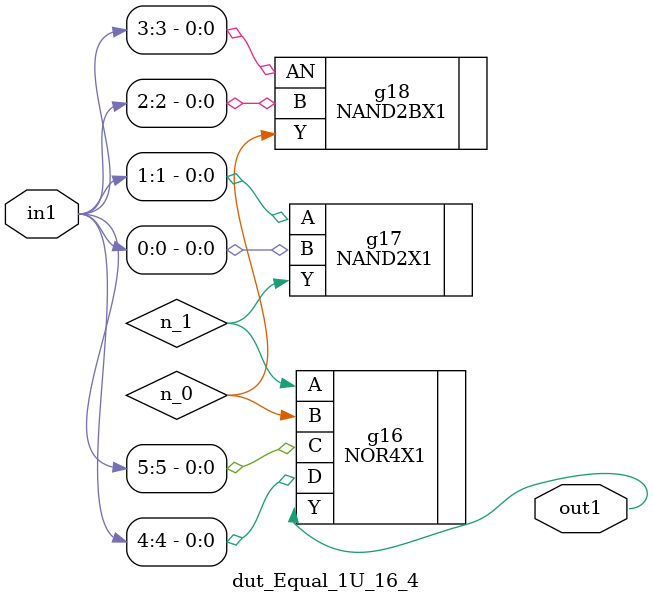
<source format=v>
`timescale 1ps / 1ps


module dut_Equal_1U_16_4(in1, out1);
  input [5:0] in1;
  output out1;
  wire [5:0] in1;
  wire out1;
  wire n_0, n_1;
  NOR4X1 g16(.A (n_1), .B (n_0), .C (in1[5]), .D (in1[4]), .Y (out1));
  NAND2X1 g17(.A (in1[1]), .B (in1[0]), .Y (n_1));
  NAND2BX1 g18(.AN (in1[3]), .B (in1[2]), .Y (n_0));
endmodule



</source>
